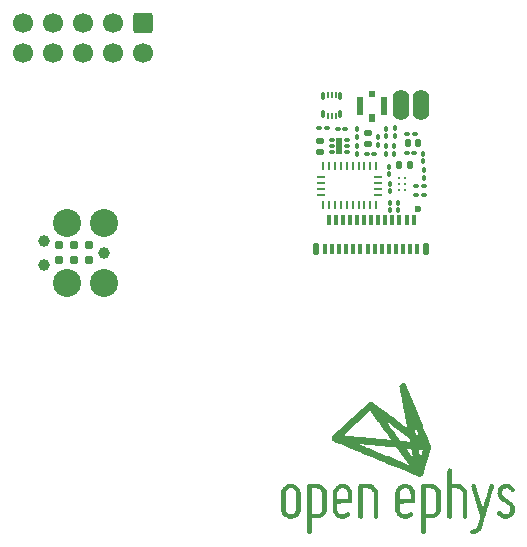
<source format=gbr>
%TF.GenerationSoftware,KiCad,Pcbnew,(7.0.0)*%
%TF.CreationDate,2023-09-14T17:34:23-04:00*%
%TF.ProjectId,headstage-neuropix2e,68656164-7374-4616-9765-2d6e6575726f,B (Beta)*%
%TF.SameCoordinates,Original*%
%TF.FileFunction,Soldermask,Top*%
%TF.FilePolarity,Negative*%
%FSLAX46Y46*%
G04 Gerber Fmt 4.6, Leading zero omitted, Abs format (unit mm)*
G04 Created by KiCad (PCBNEW (7.0.0)) date 2023-09-14 17:34:23*
%MOMM*%
%LPD*%
G01*
G04 APERTURE LIST*
G04 Aperture macros list*
%AMRoundRect*
0 Rectangle with rounded corners*
0 $1 Rounding radius*
0 $2 $3 $4 $5 $6 $7 $8 $9 X,Y pos of 4 corners*
0 Add a 4 corners polygon primitive as box body*
4,1,4,$2,$3,$4,$5,$6,$7,$8,$9,$2,$3,0*
0 Add four circle primitives for the rounded corners*
1,1,$1+$1,$2,$3*
1,1,$1+$1,$4,$5*
1,1,$1+$1,$6,$7*
1,1,$1+$1,$8,$9*
0 Add four rect primitives between the rounded corners*
20,1,$1+$1,$2,$3,$4,$5,0*
20,1,$1+$1,$4,$5,$6,$7,0*
20,1,$1+$1,$6,$7,$8,$9,0*
20,1,$1+$1,$8,$9,$2,$3,0*%
G04 Aperture macros list end*
%ADD10RoundRect,0.100000X-0.100000X0.130000X-0.100000X-0.130000X0.100000X-0.130000X0.100000X0.130000X0*%
%ADD11C,2.374900*%
%ADD12C,0.990600*%
%ADD13C,0.787400*%
%ADD14O,1.400000X2.600000*%
%ADD15RoundRect,0.100000X0.130000X0.100000X-0.130000X0.100000X-0.130000X-0.100000X0.130000X-0.100000X0*%
%ADD16RoundRect,0.100000X-0.130000X-0.100000X0.130000X-0.100000X0.130000X0.100000X-0.130000X0.100000X0*%
%ADD17RoundRect,0.009000X-0.081000X-0.233500X0.081000X-0.233500X0.081000X0.233500X-0.081000X0.233500X0*%
%ADD18RoundRect,0.011500X-0.103500X-0.256000X0.103500X-0.256000X0.103500X0.256000X-0.103500X0.256000X0*%
%ADD19R,0.254000X0.675000*%
%ADD20R,0.675000X0.254000*%
%ADD21R,0.500000X0.650000*%
%ADD22R,0.600000X1.500000*%
%ADD23R,0.500000X0.550000*%
%ADD24RoundRect,0.140000X0.170000X-0.140000X0.170000X0.140000X-0.170000X0.140000X-0.170000X-0.140000X0*%
%ADD25RoundRect,0.100000X0.100000X-0.130000X0.100000X0.130000X-0.100000X0.130000X-0.100000X-0.130000X0*%
%ADD26RoundRect,0.012500X-0.187500X-0.112500X0.187500X-0.112500X0.187500X0.112500X-0.187500X0.112500X0*%
%ADD27R,0.500000X1.400000*%
%ADD28RoundRect,0.020000X0.180000X0.455000X-0.180000X0.455000X-0.180000X-0.455000X0.180000X-0.455000X0*%
%ADD29RoundRect,0.015000X0.135000X0.385000X-0.135000X0.385000X-0.135000X-0.385000X0.135000X-0.385000X0*%
%ADD30RoundRect,0.140000X-0.170000X0.140000X-0.170000X-0.140000X0.170000X-0.140000X0.170000X0.140000X0*%
%ADD31C,0.600000*%
%ADD32RoundRect,0.140000X0.140000X0.170000X-0.140000X0.170000X-0.140000X-0.170000X0.140000X-0.170000X0*%
%ADD33RoundRect,0.250000X-0.600000X0.600000X-0.600000X-0.600000X0.600000X-0.600000X0.600000X0.600000X0*%
%ADD34C,1.700000*%
%ADD35C,0.285000*%
%ADD36RoundRect,0.050000X-0.200000X-0.250000X0.200000X-0.250000X0.200000X0.250000X-0.200000X0.250000X0*%
G04 APERTURE END LIST*
%TO.C,G\u002A\u002A\u002A*%
G36*
X134805391Y-117710773D02*
G01*
X134805391Y-116947319D01*
X135193177Y-116947319D01*
X135193177Y-117710773D01*
X135226069Y-117777424D01*
X135282661Y-117870159D01*
X135351738Y-117942855D01*
X135435265Y-117997309D01*
X135493710Y-118022177D01*
X135570174Y-118039183D01*
X135656261Y-118041618D01*
X135742615Y-118029984D01*
X135819880Y-118004782D01*
X135820128Y-118004668D01*
X135896299Y-117958202D01*
X135966108Y-117893800D01*
X136023234Y-117817761D01*
X136042192Y-117783329D01*
X136077815Y-117710773D01*
X136077815Y-116947319D01*
X136077815Y-116183865D01*
X136042192Y-116111310D01*
X135991930Y-116031646D01*
X135925905Y-115960836D01*
X135850555Y-115905317D01*
X135820128Y-115889246D01*
X135782556Y-115873215D01*
X135748136Y-115863427D01*
X135708596Y-115858423D01*
X135655667Y-115856744D01*
X135635496Y-115856670D01*
X135576809Y-115857623D01*
X135534045Y-115861453D01*
X135498935Y-115869620D01*
X135463208Y-115883583D01*
X135450864Y-115889246D01*
X135377471Y-115934411D01*
X135308772Y-115996305D01*
X135252125Y-116067568D01*
X135225754Y-116114357D01*
X135193177Y-116183865D01*
X135193177Y-116947319D01*
X134805391Y-116947319D01*
X134805391Y-116159628D01*
X134833771Y-116068741D01*
X134875697Y-115955506D01*
X134927146Y-115858443D01*
X134992618Y-115770012D01*
X135047459Y-115710952D01*
X135134327Y-115633368D01*
X135224699Y-115572871D01*
X135326114Y-115524959D01*
X135405248Y-115497263D01*
X135501161Y-115476295D01*
X135609006Y-115467642D01*
X135719905Y-115471203D01*
X135824976Y-115486873D01*
X135883922Y-115502831D01*
X136010199Y-115554904D01*
X136121844Y-115623761D01*
X136223049Y-115711436D01*
X136310618Y-115812520D01*
X136379043Y-115922976D01*
X136431929Y-116048639D01*
X136432586Y-116050563D01*
X136465601Y-116147510D01*
X136465601Y-116947319D01*
X136465601Y-117747128D01*
X136432586Y-117844075D01*
X136379724Y-117969948D01*
X136310678Y-118081223D01*
X136223158Y-118182577D01*
X136115234Y-118275634D01*
X135997986Y-118346344D01*
X135871013Y-118394883D01*
X135733911Y-118421425D01*
X135665792Y-118426354D01*
X135607021Y-118427131D01*
X135550958Y-118425526D01*
X135506223Y-118421880D01*
X135490987Y-118419439D01*
X135355802Y-118381705D01*
X135236406Y-118328028D01*
X135128602Y-118256177D01*
X135047459Y-118183686D01*
X134969875Y-118096819D01*
X134909378Y-118006447D01*
X134861466Y-117905031D01*
X134833771Y-117825897D01*
X134805391Y-117735010D01*
X134805391Y-117710773D01*
G37*
G36*
X139180105Y-116147510D02*
G01*
X139213120Y-116050563D01*
X139263471Y-115929171D01*
X139328373Y-115821920D01*
X139412277Y-115721671D01*
X139428531Y-115705032D01*
X139516368Y-115627614D01*
X139611125Y-115566543D01*
X139719367Y-115517939D01*
X139779962Y-115497297D01*
X139874414Y-115476529D01*
X139980729Y-115467497D01*
X140089562Y-115470201D01*
X140191571Y-115484642D01*
X140240458Y-115497297D01*
X140357806Y-115541166D01*
X140458418Y-115595580D01*
X140548860Y-115664421D01*
X140591889Y-115705032D01*
X140679392Y-115804769D01*
X140747079Y-115910197D01*
X140799336Y-116028355D01*
X140807118Y-116050563D01*
X140839952Y-116147510D01*
X140840133Y-116585888D01*
X140840134Y-116700673D01*
X140839945Y-116793731D01*
X140839433Y-116867573D01*
X140838466Y-116924707D01*
X140836913Y-116967643D01*
X140834642Y-116998892D01*
X140831520Y-117020964D01*
X140827416Y-117036367D01*
X140822198Y-117047613D01*
X140815735Y-117057210D01*
X140815329Y-117057754D01*
X140786479Y-117090115D01*
X140756890Y-117116227D01*
X140748509Y-117121978D01*
X140738688Y-117126789D01*
X140725289Y-117130759D01*
X140706172Y-117133985D01*
X140679200Y-117136567D01*
X140642232Y-117138603D01*
X140593132Y-117140191D01*
X140529759Y-117141432D01*
X140449976Y-117142422D01*
X140351643Y-117143260D01*
X140232622Y-117144046D01*
X140141832Y-117144582D01*
X139560227Y-117147953D01*
X139564059Y-117429363D01*
X139567891Y-117710773D01*
X139606079Y-117791375D01*
X139659939Y-117880504D01*
X139729285Y-117951570D01*
X139816341Y-118006795D01*
X139826602Y-118011766D01*
X139871355Y-118031393D01*
X139908988Y-118042869D01*
X139949568Y-118048275D01*
X140003162Y-118049690D01*
X140010210Y-118049691D01*
X140100185Y-118042602D01*
X140178426Y-118019770D01*
X140252046Y-117978481D01*
X140304347Y-117937396D01*
X140371482Y-117890310D01*
X140436361Y-117867122D01*
X140498626Y-117867854D01*
X140557920Y-117892526D01*
X140593846Y-117920612D01*
X140636976Y-117973916D01*
X140656714Y-118030422D01*
X140653545Y-118089158D01*
X140627952Y-118149148D01*
X140580417Y-118209420D01*
X140511424Y-118269000D01*
X140421456Y-118326914D01*
X140381558Y-118348442D01*
X140275454Y-118391374D01*
X140156584Y-118419338D01*
X140031768Y-118431641D01*
X139907826Y-118427592D01*
X139796596Y-118407834D01*
X139662375Y-118360663D01*
X139541263Y-118293572D01*
X139434573Y-118207812D01*
X139343619Y-118104634D01*
X139269712Y-117985291D01*
X139214904Y-117853294D01*
X139180105Y-117747128D01*
X139180105Y-116947319D01*
X139180105Y-116759485D01*
X139559910Y-116759485D01*
X140010210Y-116759485D01*
X140460510Y-116759485D01*
X140456478Y-116471675D01*
X140452447Y-116183865D01*
X140416974Y-116111419D01*
X140366945Y-116032002D01*
X140301086Y-115961260D01*
X140225886Y-115905684D01*
X140194842Y-115889246D01*
X140157270Y-115873215D01*
X140122849Y-115863427D01*
X140083310Y-115858423D01*
X140030381Y-115856744D01*
X140010210Y-115856670D01*
X139951522Y-115857623D01*
X139908759Y-115861453D01*
X139873649Y-115869620D01*
X139837922Y-115883583D01*
X139825578Y-115889246D01*
X139748467Y-115936992D01*
X139678118Y-116002483D01*
X139621020Y-116079230D01*
X139603446Y-116111419D01*
X139567973Y-116183865D01*
X139563941Y-116471675D01*
X139559910Y-116759485D01*
X139180105Y-116759485D01*
X139180105Y-116147510D01*
G37*
G36*
X144487929Y-116147510D02*
G01*
X144520945Y-116050563D01*
X144571296Y-115929171D01*
X144636198Y-115821920D01*
X144720102Y-115721671D01*
X144736355Y-115705032D01*
X144824192Y-115627614D01*
X144918949Y-115566543D01*
X145027191Y-115517939D01*
X145087786Y-115497297D01*
X145182239Y-115476529D01*
X145288553Y-115467497D01*
X145397387Y-115470201D01*
X145499396Y-115484642D01*
X145548282Y-115497297D01*
X145665631Y-115541166D01*
X145766242Y-115595580D01*
X145856684Y-115664421D01*
X145899714Y-115705032D01*
X145987216Y-115804769D01*
X146054904Y-115910197D01*
X146107160Y-116028355D01*
X146114942Y-116050563D01*
X146147776Y-116147510D01*
X146147958Y-116585888D01*
X146147959Y-116700673D01*
X146147769Y-116793731D01*
X146147257Y-116867573D01*
X146146290Y-116924707D01*
X146144738Y-116967643D01*
X146142466Y-116998892D01*
X146139345Y-117020964D01*
X146135241Y-117036367D01*
X146130023Y-117047613D01*
X146123559Y-117057210D01*
X146123154Y-117057754D01*
X146094304Y-117090115D01*
X146064715Y-117116227D01*
X146056334Y-117121978D01*
X146046513Y-117126789D01*
X146033113Y-117130759D01*
X146013997Y-117133985D01*
X145987024Y-117136567D01*
X145950057Y-117138603D01*
X145900956Y-117140191D01*
X145837584Y-117141432D01*
X145757800Y-117142422D01*
X145659467Y-117143260D01*
X145540446Y-117144046D01*
X145449656Y-117144582D01*
X144868051Y-117147953D01*
X144871883Y-117429363D01*
X144875716Y-117710773D01*
X144913903Y-117791375D01*
X144967763Y-117880504D01*
X145037109Y-117951570D01*
X145124166Y-118006795D01*
X145134427Y-118011766D01*
X145179179Y-118031393D01*
X145216812Y-118042869D01*
X145257392Y-118048275D01*
X145310987Y-118049690D01*
X145318034Y-118049691D01*
X145408009Y-118042602D01*
X145486250Y-118019770D01*
X145559871Y-117978481D01*
X145612171Y-117937396D01*
X145679306Y-117890310D01*
X145744185Y-117867122D01*
X145806451Y-117867854D01*
X145865744Y-117892526D01*
X145901671Y-117920612D01*
X145944800Y-117973916D01*
X145964539Y-118030422D01*
X145961370Y-118089158D01*
X145935776Y-118149148D01*
X145888242Y-118209420D01*
X145819249Y-118269000D01*
X145729281Y-118326914D01*
X145689382Y-118348442D01*
X145583278Y-118391374D01*
X145464408Y-118419338D01*
X145339592Y-118431641D01*
X145215650Y-118427592D01*
X145104421Y-118407834D01*
X144970200Y-118360663D01*
X144849088Y-118293572D01*
X144742398Y-118207812D01*
X144651443Y-118104634D01*
X144577536Y-117985291D01*
X144522728Y-117853294D01*
X144487929Y-117747128D01*
X144487929Y-116947319D01*
X144487929Y-116759485D01*
X144867734Y-116759485D01*
X145318034Y-116759485D01*
X145768335Y-116759485D01*
X145764303Y-116471675D01*
X145760271Y-116183865D01*
X145724798Y-116111419D01*
X145674770Y-116032002D01*
X145608911Y-115961260D01*
X145533710Y-115905684D01*
X145502666Y-115889246D01*
X145465094Y-115873215D01*
X145430674Y-115863427D01*
X145391134Y-115858423D01*
X145338205Y-115856744D01*
X145318034Y-115856670D01*
X145259347Y-115857623D01*
X145216584Y-115861453D01*
X145181474Y-115869620D01*
X145145746Y-115883583D01*
X145133402Y-115889246D01*
X145056291Y-115936992D01*
X144985942Y-116002483D01*
X144928845Y-116079230D01*
X144911270Y-116111419D01*
X144875798Y-116183865D01*
X144871766Y-116471675D01*
X144867734Y-116759485D01*
X144487929Y-116759485D01*
X144487929Y-116147510D01*
G37*
G36*
X142449158Y-115531108D02*
G01*
X142550179Y-115572085D01*
X142635146Y-115618428D01*
X142712241Y-115675233D01*
X142778331Y-115736188D01*
X142866347Y-115837270D01*
X142934769Y-115946956D01*
X142987452Y-116071455D01*
X142988597Y-116074800D01*
X143021613Y-116171747D01*
X143021613Y-117240295D01*
X143021605Y-117425560D01*
X143021557Y-117588125D01*
X143021436Y-117729528D01*
X143021205Y-117851306D01*
X143020831Y-117954997D01*
X143020278Y-118042137D01*
X143019511Y-118114265D01*
X143018497Y-118172916D01*
X143017198Y-118219629D01*
X143015582Y-118255941D01*
X143013613Y-118283389D01*
X143011256Y-118303511D01*
X143008476Y-118317842D01*
X143005238Y-118327922D01*
X143001509Y-118335287D01*
X142997252Y-118341475D01*
X142996627Y-118342314D01*
X142954874Y-118388489D01*
X142910244Y-118414805D01*
X142855110Y-118425169D01*
X142833779Y-118425754D01*
X142773627Y-118419714D01*
X142726440Y-118398989D01*
X142684588Y-118359670D01*
X142670930Y-118342328D01*
X142666561Y-118336074D01*
X142662721Y-118328728D01*
X142659369Y-118318741D01*
X142656457Y-118304560D01*
X142653943Y-118284633D01*
X142651782Y-118257410D01*
X142649929Y-118221339D01*
X142648340Y-118174869D01*
X142646970Y-118116448D01*
X142645775Y-118044524D01*
X142644711Y-117957547D01*
X142643733Y-117853965D01*
X142642797Y-117732227D01*
X142641858Y-117590781D01*
X142640871Y-117428075D01*
X142639885Y-117258487D01*
X142633826Y-116208101D01*
X142598313Y-116135656D01*
X142543336Y-116049665D01*
X142470499Y-115975823D01*
X142385189Y-115919515D01*
X142379077Y-115916461D01*
X142306632Y-115880989D01*
X142018993Y-115876959D01*
X141731355Y-115872929D01*
X141728154Y-117090894D01*
X141727625Y-117289469D01*
X141727124Y-117465241D01*
X141726618Y-117619646D01*
X141726075Y-117754118D01*
X141725463Y-117870091D01*
X141724750Y-117969000D01*
X141723902Y-118052279D01*
X141722888Y-118121362D01*
X141721675Y-118177684D01*
X141720232Y-118222680D01*
X141718525Y-118257783D01*
X141716523Y-118284429D01*
X141714193Y-118304052D01*
X141711503Y-118318086D01*
X141708420Y-118327965D01*
X141704913Y-118335125D01*
X141700948Y-118340999D01*
X141699967Y-118342321D01*
X141671895Y-118374026D01*
X141643308Y-118399431D01*
X141602652Y-118418180D01*
X141550154Y-118427306D01*
X141496592Y-118425881D01*
X141457748Y-118415439D01*
X141413953Y-118385818D01*
X141376542Y-118343296D01*
X141352748Y-118296704D01*
X141349301Y-118283007D01*
X141348391Y-118265825D01*
X141347579Y-118226024D01*
X141346869Y-118165224D01*
X141346264Y-118085042D01*
X141345771Y-117987097D01*
X141345391Y-117873008D01*
X141345131Y-117744392D01*
X141344993Y-117602868D01*
X141344982Y-117450055D01*
X141345103Y-117287570D01*
X141345359Y-117117033D01*
X141345755Y-116940061D01*
X141345790Y-116926998D01*
X141346345Y-116720052D01*
X141346867Y-116535966D01*
X141347386Y-116373364D01*
X141347931Y-116230868D01*
X141348531Y-116107102D01*
X141349215Y-116000690D01*
X141350012Y-115910254D01*
X141350950Y-115834418D01*
X141352059Y-115771806D01*
X141353369Y-115721041D01*
X141354907Y-115680746D01*
X141356703Y-115649545D01*
X141358787Y-115626060D01*
X141361186Y-115608916D01*
X141363931Y-115596736D01*
X141367050Y-115588143D01*
X141370572Y-115581760D01*
X141374270Y-115576554D01*
X141403130Y-115544214D01*
X141432751Y-115518106D01*
X141442337Y-115511567D01*
X141453438Y-115506281D01*
X141468566Y-115502113D01*
X141490228Y-115498932D01*
X141520936Y-115496605D01*
X141563200Y-115494999D01*
X141619528Y-115493980D01*
X141692432Y-115493416D01*
X141784420Y-115493174D01*
X141898004Y-115493121D01*
X141904616Y-115493121D01*
X142342987Y-115493121D01*
X142449158Y-115531108D01*
G37*
G36*
X149134864Y-114178263D02*
G01*
X149182051Y-114198988D01*
X149223903Y-114238305D01*
X149237562Y-114255649D01*
X149243241Y-114263914D01*
X149248003Y-114273596D01*
X149251944Y-114286802D01*
X149255158Y-114305637D01*
X149257739Y-114332207D01*
X149259783Y-114368619D01*
X149261383Y-114416978D01*
X149262635Y-114479391D01*
X149263632Y-114557964D01*
X149264469Y-114654802D01*
X149265242Y-114772012D01*
X149265905Y-114887016D01*
X149269263Y-115484929D01*
X149574923Y-115489753D01*
X149669783Y-115491358D01*
X149744152Y-115493047D01*
X149801772Y-115495165D01*
X149846388Y-115498056D01*
X149881743Y-115502067D01*
X149911581Y-115507541D01*
X149939645Y-115514825D01*
X149969679Y-115524263D01*
X149977529Y-115526864D01*
X150103757Y-115579087D01*
X150215205Y-115647820D01*
X150316656Y-115735673D01*
X150404225Y-115836757D01*
X150472650Y-115947213D01*
X150525535Y-116072876D01*
X150526193Y-116074800D01*
X150559208Y-116171747D01*
X150559208Y-117240295D01*
X150559200Y-117425560D01*
X150559153Y-117588125D01*
X150559031Y-117729528D01*
X150558801Y-117851306D01*
X150558426Y-117954997D01*
X150557873Y-118042137D01*
X150557107Y-118114265D01*
X150556092Y-118172916D01*
X150554794Y-118219629D01*
X150553177Y-118255941D01*
X150551208Y-118283389D01*
X150548851Y-118303511D01*
X150546071Y-118317842D01*
X150542834Y-118327922D01*
X150539104Y-118335287D01*
X150534847Y-118341475D01*
X150534223Y-118342314D01*
X150492470Y-118388489D01*
X150447839Y-118414805D01*
X150392705Y-118425169D01*
X150371374Y-118425754D01*
X150311223Y-118419714D01*
X150264035Y-118398989D01*
X150222183Y-118359670D01*
X150208525Y-118342328D01*
X150204156Y-118336074D01*
X150200317Y-118328728D01*
X150196964Y-118318741D01*
X150194053Y-118304560D01*
X150191539Y-118284633D01*
X150189377Y-118257410D01*
X150187524Y-118221339D01*
X150185935Y-118174869D01*
X150184565Y-118116448D01*
X150183371Y-118044524D01*
X150182306Y-117957547D01*
X150181328Y-117853965D01*
X150180392Y-117732227D01*
X150179453Y-117590781D01*
X150178467Y-117428075D01*
X150177481Y-117258487D01*
X150171422Y-116208101D01*
X150135908Y-116135656D01*
X150080931Y-116049665D01*
X150008094Y-115975823D01*
X149922785Y-115919515D01*
X149916673Y-115916461D01*
X149844227Y-115880989D01*
X149556589Y-115876959D01*
X149268950Y-115872929D01*
X149265749Y-117090894D01*
X149265220Y-117289469D01*
X149264719Y-117465241D01*
X149264214Y-117619646D01*
X149263671Y-117754118D01*
X149263059Y-117870091D01*
X149262345Y-117969000D01*
X149261497Y-118052279D01*
X149260483Y-118121362D01*
X149259271Y-118177684D01*
X149257827Y-118222680D01*
X149256120Y-118257783D01*
X149254118Y-118284429D01*
X149251788Y-118304052D01*
X149249098Y-118318086D01*
X149246016Y-118327965D01*
X149242508Y-118335125D01*
X149238544Y-118340999D01*
X149237562Y-118342321D01*
X149209491Y-118374026D01*
X149180903Y-118399431D01*
X149140248Y-118418180D01*
X149087749Y-118427306D01*
X149034187Y-118425881D01*
X148995344Y-118415439D01*
X148951557Y-118385827D01*
X148914159Y-118343323D01*
X148890377Y-118296752D01*
X148886923Y-118283007D01*
X148886177Y-118266758D01*
X148885495Y-118227576D01*
X148884879Y-118166765D01*
X148884331Y-118085628D01*
X148883855Y-117985469D01*
X148883451Y-117867593D01*
X148883123Y-117733302D01*
X148882873Y-117583901D01*
X148882703Y-117420693D01*
X148882615Y-117244982D01*
X148882611Y-117058071D01*
X148882694Y-116861264D01*
X148882866Y-116655866D01*
X148883130Y-116443179D01*
X148883412Y-116266551D01*
X148883863Y-116010360D01*
X148884289Y-115777291D01*
X148884703Y-115566231D01*
X148885123Y-115376066D01*
X148885563Y-115205681D01*
X148886041Y-115053963D01*
X148886570Y-114919798D01*
X148887167Y-114802071D01*
X148887849Y-114699669D01*
X148888630Y-114611478D01*
X148889526Y-114536384D01*
X148890554Y-114473272D01*
X148891729Y-114421029D01*
X148893066Y-114378541D01*
X148894581Y-114344694D01*
X148896291Y-114318374D01*
X148898211Y-114298466D01*
X148900357Y-114283858D01*
X148902744Y-114273434D01*
X148905388Y-114266081D01*
X148908306Y-114260685D01*
X148911512Y-114256132D01*
X148911865Y-114255658D01*
X148953620Y-114209486D01*
X148998249Y-114183172D01*
X149053379Y-114172809D01*
X149074714Y-114172224D01*
X149134864Y-114178263D01*
G37*
G36*
X153909924Y-115469524D02*
G01*
X153973879Y-115470442D01*
X154021639Y-115473382D01*
X154061231Y-115479653D01*
X154100686Y-115490564D01*
X154148033Y-115507422D01*
X154152290Y-115509025D01*
X154271959Y-115564692D01*
X154380146Y-115636020D01*
X154473143Y-115720039D01*
X154547242Y-115813781D01*
X154561323Y-115836578D01*
X154588183Y-115902277D01*
X154593333Y-115966957D01*
X154577747Y-116026721D01*
X154542401Y-116077676D01*
X154491788Y-116114185D01*
X154424946Y-116136343D01*
X154360536Y-116135630D01*
X154301992Y-116113011D01*
X154252749Y-116069452D01*
X154233554Y-116041609D01*
X154177319Y-115965964D01*
X154108749Y-115910659D01*
X154026860Y-115875154D01*
X153930669Y-115858911D01*
X153897805Y-115857703D01*
X153815141Y-115862140D01*
X153747490Y-115879087D01*
X153687639Y-115911387D01*
X153628375Y-115961889D01*
X153624824Y-115965416D01*
X153567794Y-116037812D01*
X153530141Y-116119013D01*
X153512099Y-116204968D01*
X153513901Y-116291625D01*
X153535779Y-116374932D01*
X153577964Y-116450836D01*
X153595708Y-116472807D01*
X153619191Y-116494991D01*
X153660389Y-116528916D01*
X153716920Y-116572781D01*
X153786404Y-116624780D01*
X153866455Y-116683111D01*
X153954694Y-116745970D01*
X153980700Y-116764246D01*
X154063818Y-116823056D01*
X154143327Y-116880384D01*
X154216299Y-116934038D01*
X154279805Y-116981828D01*
X154330917Y-117021560D01*
X154366707Y-117051042D01*
X154379422Y-117062714D01*
X154463237Y-117160018D01*
X154527908Y-117266571D01*
X154569351Y-117364866D01*
X154584543Y-117409474D01*
X154594889Y-117446869D01*
X154601321Y-117483767D01*
X154604772Y-117526885D01*
X154606174Y-117582939D01*
X154606432Y-117632004D01*
X154603355Y-117737229D01*
X154592540Y-117825498D01*
X154572241Y-117903343D01*
X154540712Y-117977292D01*
X154496208Y-118053875D01*
X154491781Y-118060698D01*
X154407717Y-118168615D01*
X154308931Y-118259566D01*
X154198151Y-118332467D01*
X154078100Y-118386231D01*
X153951505Y-118419772D01*
X153821091Y-118432003D01*
X153689582Y-118421839D01*
X153621865Y-118407394D01*
X153499443Y-118364139D01*
X153384130Y-118301695D01*
X153280391Y-118223189D01*
X153192689Y-118131748D01*
X153155073Y-118080382D01*
X153118033Y-118008633D01*
X153102328Y-117940394D01*
X153107257Y-117878214D01*
X153132120Y-117824640D01*
X153176218Y-117782221D01*
X153238850Y-117753504D01*
X153245396Y-117751672D01*
X153312512Y-117743784D01*
X153371327Y-117758585D01*
X153423002Y-117796457D01*
X153439970Y-117815674D01*
X153492247Y-117878882D01*
X153535455Y-117925801D01*
X153573842Y-117960389D01*
X153611656Y-117986608D01*
X153639800Y-118001972D01*
X153678040Y-118019536D01*
X153712049Y-118030140D01*
X153750543Y-118035512D01*
X153802240Y-118037379D01*
X153819036Y-118037504D01*
X153875008Y-118036824D01*
X153915296Y-118033120D01*
X153948414Y-118024751D01*
X153982875Y-118010074D01*
X153996633Y-118003242D01*
X154075680Y-117951531D01*
X154143569Y-117884258D01*
X154190657Y-117813779D01*
X154203875Y-117784998D01*
X154212268Y-117755823D01*
X154216871Y-117719596D01*
X154218721Y-117669658D01*
X154218941Y-117632004D01*
X154218438Y-117573331D01*
X154216073Y-117532009D01*
X154210557Y-117501159D01*
X154200603Y-117473901D01*
X154184923Y-117443356D01*
X154182972Y-117439822D01*
X154170672Y-117418304D01*
X154158006Y-117398797D01*
X154143007Y-117379687D01*
X154123708Y-117359359D01*
X154098140Y-117336199D01*
X154064338Y-117308592D01*
X154020332Y-117274924D01*
X153964155Y-117233580D01*
X153893841Y-117182946D01*
X153807421Y-117121408D01*
X153715685Y-117056384D01*
X153618091Y-116986563D01*
X153530611Y-116922566D01*
X153455216Y-116865902D01*
X153393877Y-116818079D01*
X153348565Y-116780605D01*
X153321251Y-116754989D01*
X153319840Y-116753426D01*
X153245757Y-116653023D01*
X153186121Y-116537151D01*
X153156719Y-116456527D01*
X153136402Y-116364230D01*
X153127360Y-116261315D01*
X153129626Y-116156838D01*
X153143230Y-116059856D01*
X153155169Y-116014208D01*
X153206363Y-115891805D01*
X153277896Y-115779792D01*
X153367166Y-115680734D01*
X153471575Y-115597194D01*
X153588523Y-115531735D01*
X153679676Y-115497039D01*
X153729104Y-115483440D01*
X153776420Y-115474981D01*
X153829966Y-115470663D01*
X153898086Y-115469491D01*
X153909924Y-115469524D01*
G37*
G36*
X152730300Y-115486672D02*
G01*
X152781428Y-115519272D01*
X152819637Y-115565975D01*
X152840714Y-115623608D01*
X152843511Y-115655273D01*
X152840110Y-115669859D01*
X152830211Y-115706113D01*
X152814274Y-115762485D01*
X152792759Y-115837427D01*
X152766124Y-115929389D01*
X152734830Y-116036822D01*
X152699336Y-116158176D01*
X152660100Y-116291903D01*
X152617583Y-116436454D01*
X152572243Y-116590279D01*
X152524541Y-116751829D01*
X152474935Y-116919555D01*
X152423884Y-117091908D01*
X152371849Y-117267339D01*
X152319288Y-117444298D01*
X152266662Y-117621237D01*
X152214428Y-117796605D01*
X152163047Y-117968855D01*
X152112978Y-118136436D01*
X152064680Y-118297800D01*
X152018613Y-118451397D01*
X151975236Y-118595679D01*
X151935009Y-118729096D01*
X151898390Y-118850099D01*
X151865839Y-118957139D01*
X151837816Y-119048666D01*
X151824367Y-119092262D01*
X151787143Y-119199892D01*
X151746728Y-119289274D01*
X151699723Y-119366391D01*
X151642729Y-119437232D01*
X151607602Y-119473989D01*
X151496614Y-119568708D01*
X151376017Y-119641712D01*
X151247033Y-119692436D01*
X151110887Y-119720311D01*
X151068177Y-119724176D01*
X151016292Y-119726545D01*
X150980044Y-119724767D01*
X150951012Y-119717611D01*
X150920771Y-119703848D01*
X150917595Y-119702186D01*
X150864873Y-119662102D01*
X150832043Y-119608406D01*
X150819818Y-119542307D01*
X150819752Y-119536601D01*
X150827824Y-119470555D01*
X150852907Y-119418898D01*
X150896297Y-119380471D01*
X150959293Y-119354116D01*
X151041366Y-119338879D01*
X151150763Y-119316736D01*
X151243984Y-119276568D01*
X151321111Y-119218322D01*
X151382228Y-119141945D01*
X151398037Y-119114390D01*
X151412275Y-119082317D01*
X151431144Y-119032170D01*
X151453664Y-118967237D01*
X151478856Y-118890810D01*
X151505740Y-118806178D01*
X151533336Y-118716631D01*
X151560665Y-118625459D01*
X151586748Y-118535952D01*
X151610604Y-118451401D01*
X151631254Y-118375095D01*
X151647719Y-118310325D01*
X151659018Y-118260379D01*
X151664174Y-118228550D01*
X151664162Y-118220577D01*
X151659866Y-118204024D01*
X151649067Y-118165852D01*
X151632235Y-118107652D01*
X151609842Y-118031017D01*
X151582357Y-117937538D01*
X151550252Y-117828807D01*
X151513998Y-117706418D01*
X151474064Y-117571961D01*
X151430922Y-117427028D01*
X151385043Y-117273213D01*
X151336897Y-117112106D01*
X151298452Y-116983674D01*
X151248664Y-116817389D01*
X151200608Y-116656738D01*
X151154771Y-116503357D01*
X151111640Y-116358883D01*
X151071702Y-116224951D01*
X151035444Y-116103198D01*
X151003353Y-115995261D01*
X150975916Y-115902775D01*
X150953621Y-115827378D01*
X150936953Y-115770704D01*
X150926401Y-115734392D01*
X150922806Y-115721555D01*
X150913826Y-115649357D01*
X150927148Y-115586349D01*
X150962936Y-115531851D01*
X150970905Y-115523732D01*
X151022729Y-115488446D01*
X151081385Y-115472398D01*
X151141455Y-115474801D01*
X151197522Y-115494868D01*
X151244168Y-115531810D01*
X151268130Y-115566928D01*
X151274300Y-115583806D01*
X151286798Y-115622147D01*
X151305082Y-115680171D01*
X151328610Y-115756100D01*
X151356839Y-115848153D01*
X151389227Y-115954551D01*
X151425231Y-116073515D01*
X151464310Y-116203265D01*
X151505920Y-116342023D01*
X151549520Y-116488007D01*
X151577147Y-116580809D01*
X151621382Y-116729345D01*
X151663711Y-116871022D01*
X151703619Y-117004144D01*
X151740591Y-117127016D01*
X151774113Y-117237942D01*
X151803670Y-117335226D01*
X151828747Y-117417172D01*
X151848829Y-117482084D01*
X151863403Y-117528267D01*
X151871953Y-117554026D01*
X151874046Y-117559014D01*
X151878398Y-117547704D01*
X151889170Y-117514919D01*
X151905824Y-117462400D01*
X151927825Y-117391890D01*
X151954638Y-117305131D01*
X151985726Y-117203864D01*
X152020554Y-117089832D01*
X152058586Y-116964776D01*
X152099287Y-116830438D01*
X152142119Y-116688561D01*
X152158203Y-116635159D01*
X152202276Y-116488751D01*
X152244771Y-116347602D01*
X152285106Y-116213648D01*
X152322698Y-116088824D01*
X152356963Y-115975067D01*
X152387318Y-115874312D01*
X152413181Y-115788495D01*
X152433968Y-115719550D01*
X152449096Y-115669415D01*
X152457982Y-115640023D01*
X152459247Y-115635858D01*
X152489911Y-115564290D01*
X152532481Y-115513326D01*
X152587881Y-115481962D01*
X152606140Y-115476475D01*
X152670466Y-115471348D01*
X152730300Y-115486672D01*
G37*
G36*
X138122917Y-115531108D02*
G01*
X138223939Y-115572085D01*
X138308906Y-115618428D01*
X138386001Y-115675233D01*
X138452090Y-115736188D01*
X138540107Y-115837270D01*
X138608528Y-115946956D01*
X138661212Y-116071455D01*
X138662357Y-116074800D01*
X138695372Y-116171747D01*
X138695372Y-116947319D01*
X138695372Y-117722892D01*
X138662357Y-117819838D01*
X138610016Y-117944785D01*
X138542034Y-118054765D01*
X138454553Y-118155986D01*
X138452090Y-118158450D01*
X138374445Y-118228936D01*
X138296000Y-118284216D01*
X138208479Y-118329432D01*
X138122917Y-118363039D01*
X138089863Y-118374551D01*
X138061441Y-118383474D01*
X138033895Y-118390193D01*
X138003470Y-118395093D01*
X137966409Y-118398560D01*
X137918956Y-118400979D01*
X137857355Y-118402734D01*
X137777851Y-118404211D01*
X137711086Y-118405262D01*
X137405427Y-118409987D01*
X137402069Y-119007761D01*
X137401279Y-119143578D01*
X137400502Y-119257266D01*
X137399644Y-119350929D01*
X137398612Y-119426675D01*
X137397309Y-119486610D01*
X137395641Y-119532840D01*
X137393515Y-119567472D01*
X137390835Y-119592611D01*
X137387506Y-119610365D01*
X137383435Y-119622840D01*
X137378526Y-119632141D01*
X137373726Y-119638989D01*
X137345652Y-119670692D01*
X137317067Y-119696092D01*
X137276412Y-119714840D01*
X137223913Y-119723966D01*
X137170352Y-119722541D01*
X137131508Y-119712099D01*
X137087721Y-119682487D01*
X137050323Y-119639983D01*
X137026541Y-119593412D01*
X137023087Y-119579667D01*
X137022339Y-119563405D01*
X137021654Y-119524215D01*
X137021037Y-119463404D01*
X137020489Y-119382279D01*
X137020012Y-119282151D01*
X137019608Y-119164325D01*
X137019281Y-119030110D01*
X137019032Y-118880814D01*
X137018863Y-118717745D01*
X137018777Y-118542211D01*
X137018776Y-118355520D01*
X137018863Y-118158979D01*
X137019039Y-117953897D01*
X137019307Y-117741582D01*
X137019575Y-117575329D01*
X137020029Y-117319960D01*
X137020455Y-117087710D01*
X137020871Y-116877462D01*
X137021292Y-116688097D01*
X137021735Y-116518499D01*
X137022214Y-116367550D01*
X137022747Y-116234132D01*
X137023348Y-116117128D01*
X137024034Y-116015421D01*
X137024821Y-115927892D01*
X137025464Y-115874848D01*
X137404771Y-115874848D01*
X137404771Y-116947319D01*
X137404771Y-118019790D01*
X137664235Y-118019790D01*
X137755010Y-118019486D01*
X137825518Y-118018395D01*
X137879724Y-118016249D01*
X137921593Y-118012780D01*
X137955089Y-118007720D01*
X137984177Y-118000802D01*
X137995662Y-117997393D01*
X138091140Y-117956301D01*
X138171679Y-117896722D01*
X138238264Y-117817776D01*
X138281677Y-117741069D01*
X138287011Y-117729388D01*
X138291558Y-117717262D01*
X138295380Y-117702765D01*
X138298541Y-117683971D01*
X138301103Y-117658953D01*
X138303129Y-117625786D01*
X138304681Y-117582543D01*
X138305824Y-117527299D01*
X138306619Y-117458127D01*
X138307130Y-117373102D01*
X138307419Y-117270297D01*
X138307550Y-117147787D01*
X138307585Y-117003645D01*
X138307586Y-116947319D01*
X138307570Y-116795093D01*
X138307480Y-116665177D01*
X138307254Y-116555646D01*
X138306829Y-116464573D01*
X138306141Y-116390033D01*
X138305128Y-116330100D01*
X138303727Y-116282846D01*
X138301875Y-116246347D01*
X138299509Y-116218677D01*
X138296567Y-116197908D01*
X138292985Y-116182116D01*
X138288700Y-116169374D01*
X138283651Y-116157756D01*
X138281677Y-116153569D01*
X138225429Y-116058686D01*
X138156004Y-115983868D01*
X138072418Y-115928233D01*
X137995662Y-115897245D01*
X137967232Y-115889493D01*
X137936008Y-115883710D01*
X137898025Y-115879626D01*
X137849317Y-115876974D01*
X137785921Y-115875486D01*
X137703871Y-115874894D01*
X137664235Y-115874848D01*
X137404771Y-115874848D01*
X137025464Y-115874848D01*
X137025724Y-115853425D01*
X137026760Y-115790902D01*
X137027945Y-115739204D01*
X137029293Y-115697216D01*
X137030822Y-115663818D01*
X137032548Y-115637894D01*
X137034485Y-115618327D01*
X137036650Y-115603998D01*
X137039059Y-115593790D01*
X137041728Y-115586585D01*
X137044673Y-115581267D01*
X137047909Y-115576717D01*
X137048029Y-115576555D01*
X137076890Y-115544214D01*
X137106510Y-115518106D01*
X137116096Y-115511567D01*
X137127198Y-115506281D01*
X137142325Y-115502113D01*
X137163988Y-115498932D01*
X137194696Y-115496605D01*
X137236959Y-115494999D01*
X137293288Y-115493980D01*
X137366191Y-115493416D01*
X137458180Y-115493174D01*
X137571763Y-115493121D01*
X137578376Y-115493121D01*
X138016746Y-115493121D01*
X138122917Y-115531108D01*
G37*
G36*
X147769101Y-115531108D02*
G01*
X147870122Y-115572085D01*
X147955089Y-115618428D01*
X148032184Y-115675233D01*
X148098273Y-115736188D01*
X148186290Y-115837270D01*
X148254712Y-115946956D01*
X148307395Y-116071455D01*
X148308540Y-116074800D01*
X148341555Y-116171747D01*
X148341555Y-116947319D01*
X148341555Y-117722892D01*
X148308540Y-117819838D01*
X148256200Y-117944785D01*
X148188217Y-118054765D01*
X148100736Y-118155986D01*
X148098273Y-118158450D01*
X148020628Y-118228936D01*
X147942183Y-118284216D01*
X147854662Y-118329432D01*
X147769101Y-118363039D01*
X147736046Y-118374551D01*
X147707624Y-118383474D01*
X147680079Y-118390193D01*
X147649653Y-118395093D01*
X147612592Y-118398560D01*
X147565139Y-118400979D01*
X147503538Y-118402734D01*
X147424034Y-118404211D01*
X147357270Y-118405262D01*
X147051610Y-118409987D01*
X147048253Y-119007761D01*
X147047462Y-119143578D01*
X147046685Y-119257266D01*
X147045828Y-119350929D01*
X147044795Y-119426675D01*
X147043492Y-119486610D01*
X147041824Y-119532840D01*
X147039698Y-119567472D01*
X147037018Y-119592611D01*
X147033689Y-119610365D01*
X147029618Y-119622840D01*
X147024709Y-119632141D01*
X147019910Y-119638989D01*
X146991835Y-119670692D01*
X146963250Y-119696092D01*
X146922595Y-119714840D01*
X146870096Y-119723966D01*
X146816535Y-119722541D01*
X146777691Y-119712099D01*
X146733904Y-119682487D01*
X146696506Y-119639983D01*
X146672724Y-119593412D01*
X146669270Y-119579667D01*
X146668522Y-119563405D01*
X146667838Y-119524215D01*
X146667220Y-119463404D01*
X146666672Y-119382279D01*
X146666195Y-119282151D01*
X146665791Y-119164325D01*
X146665464Y-119030110D01*
X146665215Y-118880814D01*
X146665046Y-118717745D01*
X146664960Y-118542211D01*
X146664959Y-118355520D01*
X146665046Y-118158979D01*
X146665222Y-117953897D01*
X146665490Y-117741582D01*
X146665759Y-117575329D01*
X146666212Y-117319960D01*
X146666638Y-117087710D01*
X146667054Y-116877462D01*
X146667476Y-116688097D01*
X146667918Y-116518499D01*
X146668397Y-116367550D01*
X146668930Y-116234132D01*
X146669531Y-116117128D01*
X146670217Y-116015421D01*
X146671004Y-115927892D01*
X146671647Y-115874848D01*
X147050954Y-115874848D01*
X147050954Y-116947319D01*
X147050954Y-118019790D01*
X147310418Y-118019790D01*
X147401193Y-118019486D01*
X147471701Y-118018395D01*
X147525907Y-118016249D01*
X147567776Y-118012780D01*
X147601272Y-118007720D01*
X147630360Y-118000802D01*
X147641845Y-117997393D01*
X147737323Y-117956301D01*
X147817862Y-117896722D01*
X147884447Y-117817776D01*
X147927860Y-117741069D01*
X147933194Y-117729388D01*
X147937741Y-117717262D01*
X147941563Y-117702765D01*
X147944724Y-117683971D01*
X147947286Y-117658953D01*
X147949312Y-117625786D01*
X147950865Y-117582543D01*
X147952007Y-117527299D01*
X147952803Y-117458127D01*
X147953313Y-117373102D01*
X147953603Y-117270297D01*
X147953733Y-117147787D01*
X147953768Y-117003645D01*
X147953769Y-116947319D01*
X147953753Y-116795093D01*
X147953664Y-116665177D01*
X147953437Y-116555646D01*
X147953012Y-116464573D01*
X147952324Y-116390033D01*
X147951311Y-116330100D01*
X147949910Y-116282846D01*
X147948058Y-116246347D01*
X147945692Y-116218677D01*
X147942750Y-116197908D01*
X147939168Y-116182116D01*
X147934884Y-116169374D01*
X147929834Y-116157756D01*
X147927860Y-116153569D01*
X147871613Y-116058686D01*
X147802187Y-115983868D01*
X147718601Y-115928233D01*
X147641845Y-115897245D01*
X147613416Y-115889493D01*
X147582192Y-115883710D01*
X147544208Y-115879626D01*
X147495500Y-115876974D01*
X147432104Y-115875486D01*
X147350054Y-115874894D01*
X147310418Y-115874848D01*
X147050954Y-115874848D01*
X146671647Y-115874848D01*
X146671907Y-115853425D01*
X146672943Y-115790902D01*
X146674128Y-115739204D01*
X146675477Y-115697216D01*
X146677006Y-115663818D01*
X146678731Y-115637894D01*
X146680668Y-115618327D01*
X146682833Y-115603998D01*
X146685242Y-115593790D01*
X146687911Y-115586585D01*
X146690856Y-115581267D01*
X146694092Y-115576717D01*
X146694212Y-115576555D01*
X146723073Y-115544214D01*
X146752693Y-115518106D01*
X146762279Y-115511567D01*
X146773381Y-115506281D01*
X146788508Y-115502113D01*
X146810171Y-115498932D01*
X146840879Y-115496605D01*
X146883143Y-115494999D01*
X146939471Y-115493980D01*
X147012375Y-115493416D01*
X147104363Y-115493174D01*
X147217946Y-115493121D01*
X147224559Y-115493121D01*
X147662929Y-115493121D01*
X147769101Y-115531108D01*
G37*
G36*
X145398454Y-110258006D02*
G01*
X146008779Y-110258006D01*
X146014838Y-110264065D01*
X146020897Y-110258006D01*
X146014838Y-110251947D01*
X146008779Y-110258006D01*
X145398454Y-110258006D01*
X145389167Y-110209536D01*
X145362037Y-110068328D01*
X145332320Y-109914011D01*
X145300274Y-109747920D01*
X145266154Y-109571391D01*
X145230216Y-109385758D01*
X145192717Y-109192357D01*
X145158159Y-109014374D01*
X145104315Y-108736702D01*
X145055290Y-108482719D01*
X145011072Y-108252364D01*
X144971648Y-108045576D01*
X144937009Y-107862293D01*
X144907142Y-107702455D01*
X144882036Y-107565999D01*
X144861679Y-107452865D01*
X144846061Y-107362991D01*
X144835169Y-107296316D01*
X144828994Y-107252779D01*
X144827440Y-107234485D01*
X144837139Y-107148940D01*
X144866970Y-107076627D01*
X144917342Y-107016696D01*
X144940915Y-106997745D01*
X145017875Y-106954823D01*
X145097413Y-106935948D01*
X145178670Y-106941175D01*
X145260789Y-106970560D01*
X145271954Y-106976413D01*
X145326138Y-107013436D01*
X145368853Y-107061320D01*
X145404327Y-107125423D01*
X145420437Y-107164614D01*
X145427567Y-107182667D01*
X145443295Y-107221927D01*
X145467113Y-107281141D01*
X145498513Y-107359055D01*
X145536988Y-107454415D01*
X145582030Y-107565967D01*
X145633132Y-107692458D01*
X145689784Y-107832633D01*
X145751481Y-107985239D01*
X145817714Y-108149022D01*
X145887975Y-108322729D01*
X145961757Y-108505104D01*
X146038552Y-108694896D01*
X146117853Y-108890849D01*
X146199151Y-109091711D01*
X146281939Y-109296226D01*
X146365710Y-109503142D01*
X146449955Y-109711205D01*
X146534168Y-109919161D01*
X146617839Y-110125756D01*
X146700463Y-110329736D01*
X146781530Y-110529848D01*
X146860533Y-110724837D01*
X146936965Y-110913450D01*
X147010318Y-111094433D01*
X147080084Y-111266533D01*
X147145755Y-111428495D01*
X147206824Y-111579066D01*
X147262783Y-111716991D01*
X147313125Y-111841018D01*
X147357341Y-111949892D01*
X147394925Y-112042360D01*
X147425367Y-112117167D01*
X147448162Y-112173060D01*
X147462800Y-112208786D01*
X147467944Y-112221174D01*
X147493334Y-112303947D01*
X147496526Y-112384033D01*
X147477752Y-112467932D01*
X147476799Y-112470732D01*
X147470889Y-112489668D01*
X147458808Y-112529845D01*
X147441151Y-112589230D01*
X147418510Y-112665791D01*
X147391481Y-112757495D01*
X147360656Y-112862310D01*
X147326630Y-112978203D01*
X147289997Y-113103141D01*
X147251349Y-113235092D01*
X147211282Y-113372023D01*
X147170388Y-113511902D01*
X147129263Y-113652696D01*
X147088498Y-113792373D01*
X147048689Y-113928899D01*
X147010430Y-114060243D01*
X146974313Y-114184371D01*
X146940933Y-114299252D01*
X146910883Y-114402852D01*
X146884758Y-114493139D01*
X146863152Y-114568080D01*
X146846657Y-114625643D01*
X146835869Y-114663796D01*
X146832465Y-114676208D01*
X146802836Y-114743004D01*
X146754641Y-114800241D01*
X146692533Y-114845309D01*
X146621167Y-114875596D01*
X146545195Y-114888493D01*
X146469271Y-114881390D01*
X146467470Y-114880948D01*
X146426614Y-114867666D01*
X146383247Y-114849247D01*
X146376582Y-114845928D01*
X146361782Y-114839428D01*
X146325448Y-114824019D01*
X146268442Y-114800058D01*
X146191624Y-114767902D01*
X146095857Y-114727911D01*
X145982001Y-114680441D01*
X145850918Y-114625850D01*
X145703469Y-114564497D01*
X145540515Y-114496738D01*
X145362917Y-114422932D01*
X145171537Y-114343436D01*
X144967236Y-114258609D01*
X144750875Y-114168807D01*
X144523315Y-114074390D01*
X144285418Y-113975714D01*
X144038045Y-113873137D01*
X143782057Y-113767017D01*
X143518316Y-113657713D01*
X143247682Y-113545581D01*
X142971017Y-113430979D01*
X142815601Y-113366615D01*
X142536004Y-113250828D01*
X142261973Y-113137341D01*
X141994368Y-113026510D01*
X141734048Y-112918693D01*
X141481876Y-112814246D01*
X141238711Y-112713524D01*
X141005414Y-112616886D01*
X140782845Y-112524687D01*
X140571865Y-112437283D01*
X140373334Y-112355032D01*
X140188113Y-112278290D01*
X140017063Y-112207413D01*
X139861043Y-112142758D01*
X139784893Y-112111198D01*
X141370419Y-112111198D01*
X141381044Y-112116088D01*
X141412748Y-112129691D01*
X141464213Y-112151459D01*
X141534121Y-112180847D01*
X141621152Y-112217306D01*
X141723989Y-112260291D01*
X141841313Y-112309253D01*
X141971805Y-112363648D01*
X142114147Y-112422927D01*
X142267020Y-112486544D01*
X142429106Y-112553952D01*
X142599085Y-112624604D01*
X142775640Y-112697954D01*
X142957452Y-112773454D01*
X143143202Y-112850559D01*
X143331571Y-112928720D01*
X143521242Y-113007391D01*
X143710896Y-113086026D01*
X143899213Y-113164077D01*
X144084876Y-113240998D01*
X144266566Y-113316242D01*
X144442964Y-113389262D01*
X144612751Y-113459512D01*
X144774610Y-113526443D01*
X144927222Y-113589511D01*
X145069267Y-113648167D01*
X145199428Y-113701865D01*
X145316386Y-113750058D01*
X145418822Y-113792200D01*
X145505418Y-113827743D01*
X145574855Y-113856141D01*
X145625815Y-113876847D01*
X145656978Y-113889314D01*
X145667043Y-113893033D01*
X145660729Y-113883008D01*
X145641318Y-113854859D01*
X145609900Y-113810113D01*
X145567561Y-113750300D01*
X145515392Y-113676947D01*
X145454480Y-113591581D01*
X145385915Y-113495730D01*
X145310785Y-113390923D01*
X145230178Y-113278686D01*
X145145184Y-113160549D01*
X145140840Y-113154516D01*
X145055323Y-113035946D01*
X144973741Y-112923178D01*
X144897220Y-112817750D01*
X144826888Y-112721200D01*
X144763873Y-112635065D01*
X144709303Y-112560882D01*
X144664306Y-112500189D01*
X144661607Y-112496596D01*
X145420300Y-112496596D01*
X145425764Y-112507458D01*
X145443999Y-112535803D01*
X145473531Y-112579503D01*
X145512885Y-112636433D01*
X145560588Y-112704465D01*
X145615165Y-112781473D01*
X145675144Y-112865331D01*
X145694794Y-112892649D01*
X145756374Y-112977926D01*
X145813473Y-113056573D01*
X145864566Y-113126522D01*
X145908128Y-113185702D01*
X145942633Y-113232046D01*
X145966555Y-113263482D01*
X145978369Y-113277943D01*
X145979341Y-113278649D01*
X145978056Y-113266273D01*
X145972614Y-113233020D01*
X145963542Y-113181790D01*
X145951371Y-113115486D01*
X145936627Y-113037010D01*
X145919840Y-112949263D01*
X145911679Y-112907113D01*
X145893848Y-112815997D01*
X145877318Y-112732778D01*
X145862690Y-112660375D01*
X145850562Y-112601707D01*
X145849269Y-112595689D01*
X146472447Y-112595689D01*
X146472893Y-112608731D01*
X146477481Y-112641722D01*
X146485517Y-112691025D01*
X146496309Y-112753005D01*
X146509164Y-112824028D01*
X146523388Y-112900458D01*
X146538288Y-112978659D01*
X146553172Y-113054997D01*
X146567347Y-113125835D01*
X146580118Y-113187540D01*
X146590793Y-113236474D01*
X146598680Y-113269004D01*
X146603084Y-113281494D01*
X146603207Y-113281527D01*
X146608400Y-113270369D01*
X146619303Y-113238880D01*
X146634981Y-113190036D01*
X146654502Y-113126816D01*
X146676932Y-113052196D01*
X146701337Y-112969154D01*
X146703579Y-112961438D01*
X146727923Y-112877155D01*
X146749883Y-112800361D01*
X146768588Y-112734166D01*
X146783165Y-112681682D01*
X146792744Y-112646018D01*
X146796452Y-112630283D01*
X146796469Y-112630005D01*
X146785278Y-112625258D01*
X146755297Y-112619433D01*
X146711917Y-112613100D01*
X146660531Y-112606830D01*
X146606528Y-112601194D01*
X146555301Y-112596763D01*
X146512239Y-112594107D01*
X146482735Y-112593799D01*
X146472447Y-112595689D01*
X145849269Y-112595689D01*
X145841534Y-112559694D01*
X145836203Y-112537253D01*
X145835172Y-112534320D01*
X145821490Y-112531042D01*
X145788662Y-112526481D01*
X145741549Y-112521078D01*
X145685015Y-112515275D01*
X145623921Y-112509516D01*
X145563129Y-112504241D01*
X145507500Y-112499893D01*
X145461898Y-112496915D01*
X145431182Y-112495747D01*
X145420300Y-112496596D01*
X144661607Y-112496596D01*
X144630008Y-112454523D01*
X144607539Y-112425422D01*
X144598025Y-112414424D01*
X144597937Y-112414384D01*
X144584332Y-112412669D01*
X144548410Y-112408890D01*
X144491877Y-112403206D01*
X144416438Y-112395779D01*
X144323802Y-112386768D01*
X144215673Y-112376335D01*
X144093759Y-112364638D01*
X143959765Y-112351838D01*
X143815398Y-112338097D01*
X143662366Y-112323573D01*
X143502373Y-112308428D01*
X143337126Y-112292821D01*
X143168332Y-112276913D01*
X142997697Y-112260864D01*
X142826927Y-112244835D01*
X142657729Y-112228986D01*
X142491810Y-112213476D01*
X142330875Y-112198467D01*
X142176631Y-112184119D01*
X142030784Y-112170592D01*
X141895042Y-112158045D01*
X141771109Y-112146641D01*
X141660693Y-112136538D01*
X141565499Y-112127897D01*
X141487235Y-112120879D01*
X141427607Y-112115644D01*
X141388320Y-112112351D01*
X141371082Y-112111162D01*
X141370419Y-112111198D01*
X139784893Y-112111198D01*
X139720914Y-112084682D01*
X139597537Y-112033540D01*
X139491773Y-111989690D01*
X139404481Y-111953488D01*
X139336522Y-111925290D01*
X139288757Y-111905453D01*
X139262046Y-111894334D01*
X139256620Y-111892055D01*
X139188230Y-111850198D01*
X139135366Y-111792323D01*
X139099773Y-111722350D01*
X139083197Y-111644199D01*
X139087384Y-111561788D01*
X139095050Y-111529241D01*
X139105885Y-111496316D01*
X139119281Y-111468713D01*
X139139020Y-111441307D01*
X139168883Y-111408974D01*
X139201531Y-111377360D01*
X140101665Y-111377360D01*
X140101668Y-111377502D01*
X140114249Y-111379344D01*
X140149701Y-111383338D01*
X140206763Y-111389358D01*
X140284177Y-111397283D01*
X140380683Y-111406988D01*
X140495022Y-111418351D01*
X140625934Y-111431248D01*
X140772159Y-111445556D01*
X140932439Y-111461152D01*
X141105514Y-111477912D01*
X141290124Y-111495714D01*
X141485010Y-111514434D01*
X141688913Y-111533949D01*
X141900573Y-111554135D01*
X142110258Y-111574065D01*
X142328246Y-111594753D01*
X142539726Y-111614828D01*
X142743436Y-111634170D01*
X142938112Y-111652658D01*
X143122494Y-111670174D01*
X143295318Y-111686596D01*
X143455323Y-111701804D01*
X143601246Y-111715680D01*
X143731825Y-111728102D01*
X143845797Y-111738951D01*
X143941901Y-111748106D01*
X144018874Y-111755448D01*
X144075454Y-111760857D01*
X144110379Y-111764212D01*
X144122360Y-111765390D01*
X144129167Y-111758357D01*
X144128419Y-111754792D01*
X144120953Y-111743614D01*
X144100185Y-111713994D01*
X144066989Y-111667152D01*
X144022237Y-111604305D01*
X143966803Y-111526673D01*
X143901557Y-111435473D01*
X143827375Y-111331924D01*
X143745127Y-111217245D01*
X143655688Y-111092653D01*
X143559929Y-110959369D01*
X143458725Y-110818609D01*
X143352946Y-110671593D01*
X143276097Y-110564849D01*
X143166905Y-110413211D01*
X143061173Y-110266372D01*
X143029631Y-110222564D01*
X143781037Y-110222564D01*
X143783041Y-110229014D01*
X143797572Y-110252409D01*
X143822856Y-110290127D01*
X143857116Y-110339547D01*
X143898578Y-110398046D01*
X143921078Y-110429359D01*
X143957784Y-110480269D01*
X144006722Y-110548213D01*
X144065982Y-110630538D01*
X144133657Y-110724593D01*
X144207839Y-110827725D01*
X144286621Y-110937282D01*
X144368095Y-111050612D01*
X144450353Y-111165064D01*
X144499550Y-111233531D01*
X144575630Y-111339392D01*
X144647558Y-111439421D01*
X144714080Y-111531878D01*
X144773943Y-111615022D01*
X144825892Y-111687115D01*
X144868674Y-111746416D01*
X144901035Y-111791184D01*
X144921721Y-111819681D01*
X144929437Y-111830119D01*
X144942444Y-111832999D01*
X144976042Y-111837817D01*
X145026696Y-111844196D01*
X145090870Y-111851760D01*
X145165029Y-111860132D01*
X145245639Y-111868935D01*
X145329164Y-111877792D01*
X145412069Y-111886326D01*
X145490819Y-111894160D01*
X145561879Y-111900917D01*
X145621713Y-111906221D01*
X145666787Y-111909694D01*
X145685927Y-111910769D01*
X145710040Y-111909141D01*
X145716268Y-111897788D01*
X145714114Y-111884891D01*
X145709113Y-111860978D01*
X145701268Y-111820397D01*
X145691956Y-111770343D01*
X145687999Y-111748560D01*
X145678584Y-111697743D01*
X145670102Y-111654462D01*
X145663886Y-111625417D01*
X145662219Y-111618898D01*
X145652139Y-111609932D01*
X145624162Y-111587816D01*
X145579919Y-111553757D01*
X145521038Y-111508966D01*
X145449149Y-111454650D01*
X145365880Y-111392021D01*
X145272860Y-111322285D01*
X145171718Y-111246653D01*
X145064083Y-111166333D01*
X144951583Y-111082535D01*
X144835849Y-110996468D01*
X144718508Y-110909341D01*
X144601189Y-110822362D01*
X144485522Y-110736742D01*
X144373136Y-110653688D01*
X144265658Y-110574411D01*
X144164719Y-110500118D01*
X144071947Y-110432021D01*
X143988971Y-110371326D01*
X143917420Y-110319244D01*
X143858923Y-110276984D01*
X143815109Y-110245754D01*
X143787606Y-110226764D01*
X143781037Y-110222564D01*
X143029631Y-110222564D01*
X142959820Y-110125607D01*
X142863765Y-109992193D01*
X142773926Y-109867405D01*
X142691222Y-109752519D01*
X142616570Y-109648811D01*
X142550890Y-109557558D01*
X142495099Y-109480034D01*
X142450117Y-109417517D01*
X142416862Y-109371281D01*
X142396252Y-109342604D01*
X142390055Y-109333960D01*
X142352295Y-109281069D01*
X141223689Y-110325993D01*
X141083631Y-110455763D01*
X140948680Y-110580994D01*
X140819886Y-110700700D01*
X140698299Y-110813899D01*
X140584969Y-110919604D01*
X140480948Y-111016831D01*
X140387285Y-111104597D01*
X140305031Y-111181916D01*
X140235237Y-111247805D01*
X140178953Y-111301278D01*
X140137229Y-111341351D01*
X140111116Y-111367040D01*
X140101665Y-111377360D01*
X139201531Y-111377360D01*
X139212652Y-111366591D01*
X139220658Y-111359043D01*
X139241651Y-111339432D01*
X139279361Y-111304366D01*
X139332712Y-111254842D01*
X139400624Y-111191860D01*
X139482020Y-111116417D01*
X139575822Y-111029511D01*
X139680952Y-110932141D01*
X139796331Y-110825305D01*
X139920883Y-110710001D01*
X140053529Y-110587228D01*
X140193190Y-110457983D01*
X140338790Y-110323266D01*
X140489250Y-110184073D01*
X140643492Y-110041405D01*
X140658540Y-110027487D01*
X140813198Y-109884415D01*
X140964232Y-109744635D01*
X141110559Y-109609152D01*
X141251095Y-109478971D01*
X141384758Y-109355097D01*
X141510465Y-109238535D01*
X141627132Y-109130292D01*
X141733677Y-109031370D01*
X141829017Y-108942777D01*
X141912068Y-108865517D01*
X141981748Y-108800596D01*
X142036973Y-108749018D01*
X142076661Y-108711788D01*
X142099728Y-108689913D01*
X142100943Y-108688740D01*
X142165782Y-108628425D01*
X142219828Y-108584662D01*
X142267437Y-108555086D01*
X142312965Y-108537331D01*
X142360768Y-108529032D01*
X142397685Y-108527581D01*
X142429955Y-108528168D01*
X142458220Y-108531024D01*
X142485579Y-108537794D01*
X142515134Y-108550121D01*
X142549982Y-108569650D01*
X142593223Y-108598024D01*
X142647959Y-108636887D01*
X142717287Y-108687884D01*
X142760474Y-108719997D01*
X142822746Y-108766267D01*
X142899057Y-108822790D01*
X142988077Y-108888589D01*
X143088477Y-108962690D01*
X143198927Y-109044116D01*
X143318096Y-109131893D01*
X143444655Y-109225044D01*
X143577274Y-109322594D01*
X143714623Y-109423567D01*
X143855371Y-109526988D01*
X143998190Y-109631881D01*
X144141749Y-109737270D01*
X144284719Y-109842180D01*
X144425768Y-109945635D01*
X144563569Y-110046660D01*
X144696789Y-110144278D01*
X144824100Y-110237515D01*
X144944172Y-110325395D01*
X145055674Y-110406941D01*
X145157278Y-110481179D01*
X145247652Y-110547133D01*
X145325467Y-110603827D01*
X145389393Y-110650285D01*
X145438100Y-110685532D01*
X145470259Y-110708593D01*
X145484538Y-110718491D01*
X145485155Y-110718802D01*
X145483299Y-110706737D01*
X145477064Y-110672218D01*
X145466706Y-110616580D01*
X145452481Y-110541157D01*
X145434645Y-110447286D01*
X145413455Y-110336300D01*
X145402952Y-110281480D01*
X146023680Y-110281480D01*
X146024815Y-110294058D01*
X146030131Y-110327892D01*
X146039169Y-110380445D01*
X146051475Y-110449186D01*
X146066592Y-110531578D01*
X146084063Y-110625087D01*
X146103433Y-110727181D01*
X146111460Y-110769073D01*
X146134593Y-110889171D01*
X146153781Y-110987723D01*
X146169585Y-111066998D01*
X146182564Y-111129262D01*
X146193281Y-111176785D01*
X146202294Y-111211835D01*
X146210166Y-111236679D01*
X146217455Y-111253586D01*
X146224724Y-111264824D01*
X146232531Y-111272661D01*
X146236721Y-111275945D01*
X146259385Y-111292859D01*
X146296128Y-111320307D01*
X146341619Y-111354305D01*
X146384407Y-111386294D01*
X146429519Y-111419424D01*
X146467175Y-111445943D01*
X146493434Y-111463153D01*
X146504350Y-111468362D01*
X146500853Y-111456695D01*
X146489042Y-111424663D01*
X146469738Y-111374352D01*
X146443761Y-111307846D01*
X146411933Y-111227230D01*
X146375074Y-111134588D01*
X146334006Y-111032005D01*
X146289550Y-110921567D01*
X146268883Y-110870420D01*
X146223040Y-110757410D01*
X146179880Y-110651623D01*
X146140256Y-110555108D01*
X146105022Y-110469914D01*
X146075028Y-110398088D01*
X146051130Y-110341680D01*
X146034179Y-110302737D01*
X146025028Y-110283308D01*
X146023680Y-110281480D01*
X145402952Y-110281480D01*
X145398454Y-110258006D01*
G37*
%TD*%
D10*
%TO.C,R6*%
X141225000Y-86880000D03*
X141225000Y-87520000D03*
%TD*%
D11*
%TO.C,J5*%
X119830000Y-98440000D03*
D12*
X119830000Y-95900000D03*
D11*
X119830000Y-93360000D03*
X116655000Y-98440000D03*
X116655000Y-93360000D03*
D12*
X114750000Y-96916000D03*
X114750000Y-94884000D03*
D13*
X118560000Y-95265000D03*
X118560000Y-96535000D03*
X117290000Y-95265000D03*
X117290000Y-96535000D03*
X116020000Y-95265000D03*
X116020000Y-96535000D03*
%TD*%
D14*
%TO.C,TP2*%
X146634999Y-83419999D03*
%TD*%
D15*
%TO.C,C13*%
X142695000Y-87550000D03*
X142055000Y-87550000D03*
%TD*%
D16*
%TO.C,R3*%
X145505000Y-85850000D03*
X146145000Y-85850000D03*
%TD*%
D17*
%TO.C,J6*%
X138735000Y-84340000D03*
X138735000Y-82520000D03*
X139085000Y-84340000D03*
X139085000Y-82520000D03*
X139435000Y-84340000D03*
X139435000Y-82520000D03*
D18*
X138360000Y-84195000D03*
X138360000Y-82665000D03*
X139810000Y-84195000D03*
X139810000Y-82665000D03*
%TD*%
D19*
%TO.C,U7*%
X138362499Y-88587499D03*
D20*
X138224999Y-89499999D03*
X138224999Y-89999999D03*
X138224999Y-90499999D03*
X138224999Y-90999999D03*
D19*
X138362499Y-91912499D03*
X138862499Y-91912499D03*
X139362499Y-91912499D03*
X139862499Y-91912499D03*
X140362499Y-91912499D03*
X140862499Y-91912499D03*
X141362499Y-91912499D03*
X141862499Y-91912499D03*
X142362499Y-91912499D03*
X142862499Y-91912499D03*
D20*
X142999999Y-90999999D03*
X142999999Y-90499999D03*
X142999999Y-89999999D03*
X142999999Y-89499999D03*
D19*
X142862499Y-88587499D03*
X142362499Y-88587499D03*
X141862499Y-88587499D03*
X141362499Y-88587499D03*
X140862499Y-88587499D03*
X140362499Y-88587499D03*
X139862499Y-88587499D03*
X139362499Y-88587499D03*
X138862499Y-88587499D03*
%TD*%
D21*
%TO.C,J1*%
X142524999Y-84474999D03*
D22*
X141524999Y-83499999D03*
D23*
X142524999Y-82474999D03*
D22*
X143524999Y-83499999D03*
%TD*%
D24*
%TO.C,C15*%
X142125000Y-86730000D03*
X142125000Y-85770000D03*
%TD*%
D14*
%TO.C,TP1*%
X144954999Y-83419999D03*
%TD*%
D15*
%TO.C,R1*%
X138695000Y-85350000D03*
X138055000Y-85350000D03*
%TD*%
D10*
%TO.C,C17*%
X143685000Y-86890000D03*
X143685000Y-87530000D03*
%TD*%
D25*
%TO.C,C14*%
X142975000Y-86770000D03*
X142975000Y-86130000D03*
%TD*%
%TO.C,C22*%
X146875000Y-89570000D03*
X146875000Y-88930000D03*
%TD*%
D10*
%TO.C,C9*%
X144725000Y-91680000D03*
X144725000Y-92320000D03*
%TD*%
D16*
%TO.C,C7*%
X146225000Y-90300000D03*
X146865000Y-90300000D03*
%TD*%
D15*
%TO.C,C2*%
X140225000Y-85400000D03*
X139585000Y-85400000D03*
%TD*%
D26*
%TO.C,U1*%
X139075000Y-86400000D03*
X139075000Y-86900000D03*
X139075000Y-87400000D03*
X140375000Y-87400000D03*
X140375000Y-86900000D03*
X140375000Y-86400000D03*
D27*
X139724999Y-86899999D03*
%TD*%
D28*
%TO.C,J2*%
X147060000Y-95590000D03*
X137790000Y-95590000D03*
D29*
X146325000Y-95635000D03*
X146025000Y-93165000D03*
X145725000Y-95635000D03*
X145425000Y-93165000D03*
X145125000Y-95635000D03*
X144825000Y-93165000D03*
X144525000Y-95635000D03*
X144225000Y-93165000D03*
X143925000Y-95635000D03*
X143625000Y-93165000D03*
X143325000Y-95635000D03*
X143025000Y-93165000D03*
X142725000Y-95635000D03*
X142425000Y-93165000D03*
X142125000Y-95635000D03*
X141825000Y-93165000D03*
X141525000Y-95635000D03*
X141225000Y-93165000D03*
X140925000Y-95635000D03*
X140625000Y-93165000D03*
X140325000Y-95635000D03*
X140025000Y-93165000D03*
X139725000Y-95635000D03*
X139425000Y-93165000D03*
X139125000Y-95635000D03*
X138825000Y-93165000D03*
X138525000Y-95635000D03*
%TD*%
D10*
%TO.C,R10*%
X143985000Y-90070000D03*
X143985000Y-90710000D03*
%TD*%
D25*
%TO.C,L4*%
X146855000Y-88170000D03*
X146855000Y-87530000D03*
%TD*%
%TO.C,C19*%
X144475000Y-86020000D03*
X144475000Y-85380000D03*
%TD*%
D16*
%TO.C,C6*%
X146225000Y-91000000D03*
X146865000Y-91000000D03*
%TD*%
D10*
%TO.C,C16*%
X144385000Y-86890000D03*
X144385000Y-87530000D03*
%TD*%
D30*
%TO.C,C3*%
X138125000Y-86420000D03*
X138125000Y-87380000D03*
%TD*%
D25*
%TO.C,C1*%
X141225000Y-86120000D03*
X141225000Y-85480000D03*
%TD*%
D31*
%TO.C,TP3*%
X146393000Y-92195000D03*
%TD*%
D10*
%TO.C,C8*%
X144025000Y-91680000D03*
X144025000Y-92320000D03*
%TD*%
D32*
%TO.C,C18*%
X145735000Y-88470000D03*
X144775000Y-88470000D03*
%TD*%
D10*
%TO.C,R7*%
X143725000Y-85430000D03*
X143725000Y-86070000D03*
%TD*%
D33*
%TO.C,J4*%
X123080000Y-76447500D03*
D34*
X123080000Y-78987500D03*
X120540000Y-76447500D03*
X120540000Y-78987500D03*
X118000000Y-76447500D03*
X118000000Y-78987500D03*
X115460000Y-76447500D03*
X115460000Y-78987500D03*
X112920000Y-76447500D03*
X112920000Y-78987500D03*
%TD*%
D35*
%TO.C,U4*%
X144815000Y-89610000D03*
X145315000Y-89610000D03*
X144815000Y-90110000D03*
X145315000Y-90110000D03*
X144815000Y-90610000D03*
X145315000Y-90610000D03*
%TD*%
D36*
%TO.C,D1*%
X145525000Y-86650000D03*
X146425000Y-86650000D03*
%TD*%
D15*
%TO.C,R4*%
X146095000Y-87500000D03*
X145455000Y-87500000D03*
%TD*%
D25*
%TO.C,R9*%
X143975000Y-89290000D03*
X143975000Y-88650000D03*
%TD*%
M02*

</source>
